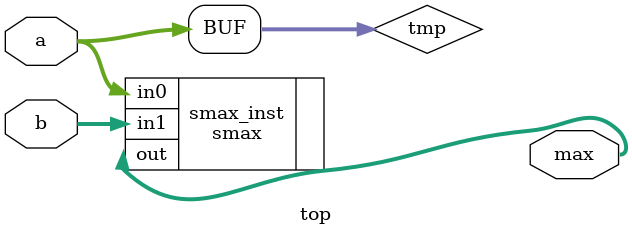
<source format=v>
module top(
  input [15:0] a,
  input [15:0] b,
  output [15:0] max
);

  wire [15:0] tmp;
  assign tmp = a;

  (* lib="commonlib" *)
  smax #(.width(16)) smax_inst(
    .in0(tmp),
    .in1(b),
    .out(max)
  );

endmodule

</source>
